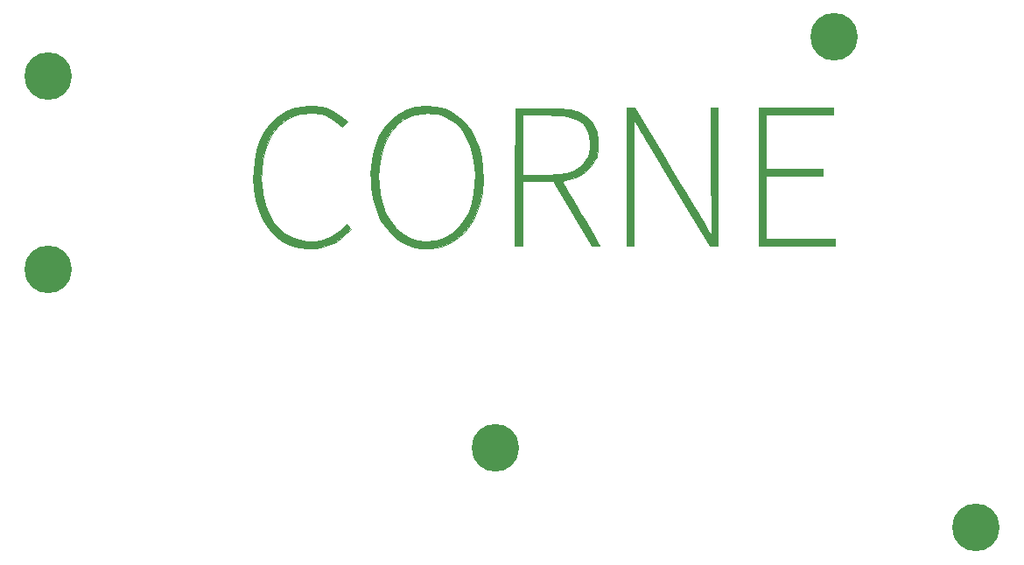
<source format=gbr>
G04 #@! TF.GenerationSoftware,KiCad,Pcbnew,5.1.5+dfsg1-2~bpo10+1*
G04 #@! TF.CreationDate,2020-09-05T17:28:52+00:00*
G04 #@! TF.ProjectId,corne-bottom-plate,636f726e-652d-4626-9f74-746f6d2d706c,2.1*
G04 #@! TF.SameCoordinates,Original*
G04 #@! TF.FileFunction,Soldermask,Top*
G04 #@! TF.FilePolarity,Negative*
%FSLAX46Y46*%
G04 Gerber Fmt 4.6, Leading zero omitted, Abs format (unit mm)*
G04 Created by KiCad (PCBNEW 5.1.5+dfsg1-2~bpo10+1) date 2020-09-05 17:28:52*
%MOMM*%
%LPD*%
G04 APERTURE LIST*
%ADD10C,0.010000*%
%ADD11C,4.600000*%
G04 APERTURE END LIST*
D10*
G36*
X155460000Y-90518667D02*
G01*
X148940666Y-90518667D01*
X148940666Y-95768000D01*
X154454221Y-95768000D01*
X154427944Y-96085500D01*
X154401666Y-96403000D01*
X151671166Y-96425340D01*
X148940666Y-96447679D01*
X148940666Y-102541334D01*
X155629333Y-102541334D01*
X155629333Y-103218667D01*
X148263333Y-103218667D01*
X148263333Y-89841334D01*
X155460000Y-89841334D01*
X155460000Y-90518667D01*
G37*
X155460000Y-90518667D02*
X148940666Y-90518667D01*
X148940666Y-95768000D01*
X154454221Y-95768000D01*
X154427944Y-96085500D01*
X154401666Y-96403000D01*
X151671166Y-96425340D01*
X148940666Y-96447679D01*
X148940666Y-102541334D01*
X155629333Y-102541334D01*
X155629333Y-103218667D01*
X148263333Y-103218667D01*
X148263333Y-89841334D01*
X155460000Y-89841334D01*
X155460000Y-90518667D01*
G36*
X139105908Y-94603834D02*
G01*
X139628514Y-95469039D01*
X140146651Y-96328156D01*
X140650052Y-97164076D01*
X141128449Y-97959695D01*
X141571575Y-98697905D01*
X141969163Y-99361600D01*
X142310944Y-99933674D01*
X142586652Y-100397021D01*
X142786019Y-100734533D01*
X142802901Y-100763334D01*
X143057891Y-101198312D01*
X143281911Y-101579531D01*
X143461586Y-101884303D01*
X143583538Y-102089942D01*
X143634390Y-102173760D01*
X143634960Y-102174498D01*
X143636897Y-102094393D01*
X143638057Y-101858190D01*
X143638466Y-101479123D01*
X143638149Y-100970425D01*
X143637134Y-100345331D01*
X143635446Y-99617073D01*
X143633112Y-98798885D01*
X143630157Y-97904002D01*
X143626607Y-96945656D01*
X143622820Y-96014998D01*
X143596641Y-89841334D01*
X144284000Y-89841334D01*
X144284000Y-103218667D01*
X143881833Y-103215026D01*
X143479666Y-103211386D01*
X140982000Y-99055977D01*
X140478434Y-98217477D01*
X139965718Y-97362423D01*
X139457017Y-96512856D01*
X138965495Y-95690815D01*
X138504317Y-94918339D01*
X138086649Y-94217469D01*
X137725656Y-93610245D01*
X137434502Y-93118705D01*
X137355487Y-92984784D01*
X137050874Y-92469163D01*
X136773115Y-92001552D01*
X136534142Y-91601836D01*
X136345888Y-91289898D01*
X136220287Y-91085622D01*
X136170154Y-91009684D01*
X136161266Y-91082272D01*
X136153475Y-91311046D01*
X136146851Y-91682858D01*
X136141462Y-92184564D01*
X136137376Y-92803017D01*
X136134662Y-93525073D01*
X136133389Y-94337586D01*
X136133624Y-95227410D01*
X136135438Y-96181399D01*
X136138477Y-97084517D01*
X136163288Y-103218667D01*
X135478666Y-103218667D01*
X135478666Y-89841334D01*
X136226935Y-89841334D01*
X139105908Y-94603834D01*
G37*
X139105908Y-94603834D02*
X139628514Y-95469039D01*
X140146651Y-96328156D01*
X140650052Y-97164076D01*
X141128449Y-97959695D01*
X141571575Y-98697905D01*
X141969163Y-99361600D01*
X142310944Y-99933674D01*
X142586652Y-100397021D01*
X142786019Y-100734533D01*
X142802901Y-100763334D01*
X143057891Y-101198312D01*
X143281911Y-101579531D01*
X143461586Y-101884303D01*
X143583538Y-102089942D01*
X143634390Y-102173760D01*
X143634960Y-102174498D01*
X143636897Y-102094393D01*
X143638057Y-101858190D01*
X143638466Y-101479123D01*
X143638149Y-100970425D01*
X143637134Y-100345331D01*
X143635446Y-99617073D01*
X143633112Y-98798885D01*
X143630157Y-97904002D01*
X143626607Y-96945656D01*
X143622820Y-96014998D01*
X143596641Y-89841334D01*
X144284000Y-89841334D01*
X144284000Y-103218667D01*
X143881833Y-103215026D01*
X143479666Y-103211386D01*
X140982000Y-99055977D01*
X140478434Y-98217477D01*
X139965718Y-97362423D01*
X139457017Y-96512856D01*
X138965495Y-95690815D01*
X138504317Y-94918339D01*
X138086649Y-94217469D01*
X137725656Y-93610245D01*
X137434502Y-93118705D01*
X137355487Y-92984784D01*
X137050874Y-92469163D01*
X136773115Y-92001552D01*
X136534142Y-91601836D01*
X136345888Y-91289898D01*
X136220287Y-91085622D01*
X136170154Y-91009684D01*
X136161266Y-91082272D01*
X136153475Y-91311046D01*
X136146851Y-91682858D01*
X136141462Y-92184564D01*
X136137376Y-92803017D01*
X136134662Y-93525073D01*
X136133389Y-94337586D01*
X136133624Y-95227410D01*
X136135438Y-96181399D01*
X136138477Y-97084517D01*
X136163288Y-103218667D01*
X135478666Y-103218667D01*
X135478666Y-89841334D01*
X136226935Y-89841334D01*
X139105908Y-94603834D01*
G36*
X127139000Y-89888403D02*
G01*
X127952122Y-89892352D01*
X128619157Y-89902916D01*
X129163317Y-89923343D01*
X129607813Y-89956880D01*
X129975859Y-90006777D01*
X130290665Y-90076280D01*
X130575445Y-90168637D01*
X130853411Y-90287098D01*
X131147774Y-90434909D01*
X131184815Y-90454514D01*
X131690631Y-90789012D01*
X132086320Y-91209539D01*
X132407924Y-91754848D01*
X132422105Y-91784803D01*
X132515751Y-91999107D01*
X132578462Y-92196274D01*
X132616331Y-92418586D01*
X132635454Y-92708320D01*
X132641923Y-93107755D01*
X132642333Y-93312667D01*
X132639410Y-93767826D01*
X132626463Y-94096280D01*
X132597228Y-94340617D01*
X132545440Y-94543422D01*
X132464834Y-94747284D01*
X132415421Y-94855130D01*
X132030350Y-95482592D01*
X131518655Y-96010849D01*
X130900616Y-96424916D01*
X130196512Y-96709805D01*
X129773905Y-96807039D01*
X129465799Y-96868586D01*
X129300002Y-96927837D01*
X129250041Y-96996135D01*
X129256615Y-97028669D01*
X129309142Y-97126486D01*
X129439096Y-97353610D01*
X129637052Y-97693985D01*
X129893587Y-98131557D01*
X130199276Y-98650268D01*
X130544694Y-99234063D01*
X130920416Y-99866887D01*
X131079256Y-100133802D01*
X131462406Y-100778458D01*
X131817148Y-101377699D01*
X132134381Y-101915976D01*
X132405005Y-102377738D01*
X132619920Y-102747435D01*
X132770026Y-103009518D01*
X132846224Y-103148438D01*
X132854000Y-103166391D01*
X132778046Y-103196389D01*
X132584825Y-103213996D01*
X132451833Y-103216104D01*
X132049666Y-103213540D01*
X130187000Y-100086000D01*
X128324333Y-96958460D01*
X125403333Y-96953334D01*
X125403333Y-103218667D01*
X124640307Y-103218667D01*
X124661987Y-96551167D01*
X124681601Y-90518667D01*
X125403333Y-90518667D01*
X125403333Y-96383916D01*
X127287166Y-96337440D01*
X128049155Y-96313677D01*
X128657493Y-96283241D01*
X129127775Y-96244949D01*
X129475596Y-96197615D01*
X129659255Y-96157188D01*
X130357220Y-95909274D01*
X130915788Y-95581064D01*
X131350492Y-95160605D01*
X131676862Y-94635946D01*
X131699737Y-94586968D01*
X131819428Y-94192685D01*
X131882381Y-93698274D01*
X131888939Y-93163027D01*
X131839443Y-92646239D01*
X131734236Y-92207203D01*
X131685293Y-92085000D01*
X131467450Y-91687882D01*
X131202599Y-91359479D01*
X130874850Y-91094273D01*
X130468311Y-90886746D01*
X129967090Y-90731380D01*
X129355295Y-90622660D01*
X128617035Y-90555066D01*
X127736418Y-90523081D01*
X127173885Y-90518667D01*
X125403333Y-90518667D01*
X124681601Y-90518667D01*
X124683666Y-89883667D01*
X127139000Y-89888403D01*
G37*
X127139000Y-89888403D02*
X127952122Y-89892352D01*
X128619157Y-89902916D01*
X129163317Y-89923343D01*
X129607813Y-89956880D01*
X129975859Y-90006777D01*
X130290665Y-90076280D01*
X130575445Y-90168637D01*
X130853411Y-90287098D01*
X131147774Y-90434909D01*
X131184815Y-90454514D01*
X131690631Y-90789012D01*
X132086320Y-91209539D01*
X132407924Y-91754848D01*
X132422105Y-91784803D01*
X132515751Y-91999107D01*
X132578462Y-92196274D01*
X132616331Y-92418586D01*
X132635454Y-92708320D01*
X132641923Y-93107755D01*
X132642333Y-93312667D01*
X132639410Y-93767826D01*
X132626463Y-94096280D01*
X132597228Y-94340617D01*
X132545440Y-94543422D01*
X132464834Y-94747284D01*
X132415421Y-94855130D01*
X132030350Y-95482592D01*
X131518655Y-96010849D01*
X130900616Y-96424916D01*
X130196512Y-96709805D01*
X129773905Y-96807039D01*
X129465799Y-96868586D01*
X129300002Y-96927837D01*
X129250041Y-96996135D01*
X129256615Y-97028669D01*
X129309142Y-97126486D01*
X129439096Y-97353610D01*
X129637052Y-97693985D01*
X129893587Y-98131557D01*
X130199276Y-98650268D01*
X130544694Y-99234063D01*
X130920416Y-99866887D01*
X131079256Y-100133802D01*
X131462406Y-100778458D01*
X131817148Y-101377699D01*
X132134381Y-101915976D01*
X132405005Y-102377738D01*
X132619920Y-102747435D01*
X132770026Y-103009518D01*
X132846224Y-103148438D01*
X132854000Y-103166391D01*
X132778046Y-103196389D01*
X132584825Y-103213996D01*
X132451833Y-103216104D01*
X132049666Y-103213540D01*
X130187000Y-100086000D01*
X128324333Y-96958460D01*
X125403333Y-96953334D01*
X125403333Y-103218667D01*
X124640307Y-103218667D01*
X124661987Y-96551167D01*
X124681601Y-90518667D01*
X125403333Y-90518667D01*
X125403333Y-96383916D01*
X127287166Y-96337440D01*
X128049155Y-96313677D01*
X128657493Y-96283241D01*
X129127775Y-96244949D01*
X129475596Y-96197615D01*
X129659255Y-96157188D01*
X130357220Y-95909274D01*
X130915788Y-95581064D01*
X131350492Y-95160605D01*
X131676862Y-94635946D01*
X131699737Y-94586968D01*
X131819428Y-94192685D01*
X131882381Y-93698274D01*
X131888939Y-93163027D01*
X131839443Y-92646239D01*
X131734236Y-92207203D01*
X131685293Y-92085000D01*
X131467450Y-91687882D01*
X131202599Y-91359479D01*
X130874850Y-91094273D01*
X130468311Y-90886746D01*
X129967090Y-90731380D01*
X129355295Y-90622660D01*
X128617035Y-90555066D01*
X127736418Y-90523081D01*
X127173885Y-90518667D01*
X125403333Y-90518667D01*
X124681601Y-90518667D01*
X124683666Y-89883667D01*
X127139000Y-89888403D01*
G36*
X117022482Y-89711405D02*
G01*
X117817548Y-89903871D01*
X118543516Y-90236307D01*
X119226366Y-90719502D01*
X119647606Y-91107668D01*
X120265717Y-91840024D01*
X120761316Y-92676227D01*
X121136848Y-93622122D01*
X121394755Y-94683554D01*
X121513603Y-95571131D01*
X121556395Y-96819380D01*
X121451803Y-98027345D01*
X121202810Y-99177104D01*
X120812399Y-100250731D01*
X120691892Y-100507494D01*
X120291618Y-101185068D01*
X119791490Y-101817014D01*
X119225538Y-102367731D01*
X118627794Y-102801617D01*
X118357954Y-102949046D01*
X117508672Y-103270555D01*
X116611656Y-103436354D01*
X115692205Y-103443507D01*
X114989333Y-103340028D01*
X114311212Y-103141287D01*
X113700642Y-102843738D01*
X113117225Y-102424151D01*
X112656330Y-101998527D01*
X112226163Y-101535006D01*
X111897824Y-101101424D01*
X111628007Y-100640480D01*
X111623716Y-100632156D01*
X111213494Y-99668928D01*
X110917198Y-98611708D01*
X110741225Y-97497317D01*
X110703670Y-96632049D01*
X111448111Y-96632049D01*
X111465667Y-97054061D01*
X111588170Y-98162136D01*
X111808588Y-99142472D01*
X112132229Y-100009097D01*
X112564399Y-100776039D01*
X113110406Y-101457324D01*
X113145822Y-101494656D01*
X113785680Y-102049128D01*
X114491733Y-102449119D01*
X115255215Y-102691982D01*
X116067359Y-102775073D01*
X116919399Y-102695746D01*
X117044176Y-102670935D01*
X117802288Y-102425733D01*
X118496066Y-102030485D01*
X119116041Y-101495345D01*
X119652739Y-100830468D01*
X120096691Y-100046007D01*
X120438423Y-99152116D01*
X120489046Y-98977860D01*
X120661441Y-98173067D01*
X120765822Y-97282999D01*
X120796610Y-96379787D01*
X120752414Y-95573424D01*
X120574029Y-94455303D01*
X120293404Y-93470988D01*
X119909345Y-92618406D01*
X119420660Y-91895483D01*
X118826154Y-91300146D01*
X118124636Y-90830322D01*
X117979950Y-90755470D01*
X117657563Y-90599813D01*
X117405458Y-90496519D01*
X117170006Y-90433040D01*
X116897578Y-90396829D01*
X116534545Y-90375339D01*
X116318728Y-90366806D01*
X115611556Y-90373220D01*
X115011853Y-90458231D01*
X114471593Y-90633393D01*
X113942748Y-90910259D01*
X113869836Y-90955914D01*
X113251238Y-91447466D01*
X112712042Y-92074571D01*
X112259135Y-92819763D01*
X111899401Y-93665574D01*
X111639729Y-94594537D01*
X111487003Y-95589184D01*
X111448111Y-96632049D01*
X110703670Y-96632049D01*
X110691974Y-96362573D01*
X110739582Y-95543794D01*
X110906648Y-94427516D01*
X111166519Y-93442225D01*
X111525636Y-92573255D01*
X111990435Y-91805943D01*
X112567357Y-91125622D01*
X112761927Y-90937530D01*
X113470086Y-90384531D01*
X114234368Y-89988203D01*
X115065109Y-89744592D01*
X115972642Y-89649744D01*
X116132333Y-89648122D01*
X117022482Y-89711405D01*
G37*
X117022482Y-89711405D02*
X117817548Y-89903871D01*
X118543516Y-90236307D01*
X119226366Y-90719502D01*
X119647606Y-91107668D01*
X120265717Y-91840024D01*
X120761316Y-92676227D01*
X121136848Y-93622122D01*
X121394755Y-94683554D01*
X121513603Y-95571131D01*
X121556395Y-96819380D01*
X121451803Y-98027345D01*
X121202810Y-99177104D01*
X120812399Y-100250731D01*
X120691892Y-100507494D01*
X120291618Y-101185068D01*
X119791490Y-101817014D01*
X119225538Y-102367731D01*
X118627794Y-102801617D01*
X118357954Y-102949046D01*
X117508672Y-103270555D01*
X116611656Y-103436354D01*
X115692205Y-103443507D01*
X114989333Y-103340028D01*
X114311212Y-103141287D01*
X113700642Y-102843738D01*
X113117225Y-102424151D01*
X112656330Y-101998527D01*
X112226163Y-101535006D01*
X111897824Y-101101424D01*
X111628007Y-100640480D01*
X111623716Y-100632156D01*
X111213494Y-99668928D01*
X110917198Y-98611708D01*
X110741225Y-97497317D01*
X110703670Y-96632049D01*
X111448111Y-96632049D01*
X111465667Y-97054061D01*
X111588170Y-98162136D01*
X111808588Y-99142472D01*
X112132229Y-100009097D01*
X112564399Y-100776039D01*
X113110406Y-101457324D01*
X113145822Y-101494656D01*
X113785680Y-102049128D01*
X114491733Y-102449119D01*
X115255215Y-102691982D01*
X116067359Y-102775073D01*
X116919399Y-102695746D01*
X117044176Y-102670935D01*
X117802288Y-102425733D01*
X118496066Y-102030485D01*
X119116041Y-101495345D01*
X119652739Y-100830468D01*
X120096691Y-100046007D01*
X120438423Y-99152116D01*
X120489046Y-98977860D01*
X120661441Y-98173067D01*
X120765822Y-97282999D01*
X120796610Y-96379787D01*
X120752414Y-95573424D01*
X120574029Y-94455303D01*
X120293404Y-93470988D01*
X119909345Y-92618406D01*
X119420660Y-91895483D01*
X118826154Y-91300146D01*
X118124636Y-90830322D01*
X117979950Y-90755470D01*
X117657563Y-90599813D01*
X117405458Y-90496519D01*
X117170006Y-90433040D01*
X116897578Y-90396829D01*
X116534545Y-90375339D01*
X116318728Y-90366806D01*
X115611556Y-90373220D01*
X115011853Y-90458231D01*
X114471593Y-90633393D01*
X113942748Y-90910259D01*
X113869836Y-90955914D01*
X113251238Y-91447466D01*
X112712042Y-92074571D01*
X112259135Y-92819763D01*
X111899401Y-93665574D01*
X111639729Y-94594537D01*
X111487003Y-95589184D01*
X111448111Y-96632049D01*
X110703670Y-96632049D01*
X110691974Y-96362573D01*
X110739582Y-95543794D01*
X110906648Y-94427516D01*
X111166519Y-93442225D01*
X111525636Y-92573255D01*
X111990435Y-91805943D01*
X112567357Y-91125622D01*
X112761927Y-90937530D01*
X113470086Y-90384531D01*
X114234368Y-89988203D01*
X115065109Y-89744592D01*
X115972642Y-89649744D01*
X116132333Y-89648122D01*
X117022482Y-89711405D01*
G36*
X105753251Y-89703829D02*
G01*
X106014666Y-89751679D01*
X106577373Y-89939289D01*
X107166463Y-90227586D01*
X107711106Y-90578604D01*
X108001154Y-90816356D01*
X108415915Y-91197147D01*
X108174749Y-91448870D01*
X107933584Y-91700592D01*
X107522200Y-91315791D01*
X107220034Y-91073128D01*
X106848079Y-90829169D01*
X106541575Y-90663985D01*
X106229887Y-90529287D01*
X105952096Y-90444260D01*
X105643975Y-90394930D01*
X105241300Y-90367326D01*
X105162350Y-90363932D01*
X104739432Y-90359951D01*
X104315919Y-90378044D01*
X103963814Y-90414474D01*
X103870119Y-90431000D01*
X103095854Y-90674599D01*
X102397416Y-91062263D01*
X101780491Y-91583930D01*
X101250769Y-92229538D01*
X100813938Y-92989028D01*
X100475686Y-93852337D01*
X100241703Y-94809405D01*
X100117676Y-95850171D01*
X100109295Y-96964574D01*
X100114675Y-97073084D01*
X100236301Y-98177329D01*
X100473504Y-99186586D01*
X100822249Y-100089972D01*
X101278502Y-100876606D01*
X101727831Y-101424608D01*
X102354124Y-101982618D01*
X103021832Y-102384445D01*
X103757011Y-102642541D01*
X104533000Y-102765235D01*
X105355991Y-102749865D01*
X106160357Y-102570939D01*
X106930051Y-102234214D01*
X107649024Y-101745448D01*
X107844674Y-101577061D01*
X108361073Y-101109746D01*
X108817405Y-101586054D01*
X108227840Y-102131901D01*
X107891871Y-102416941D01*
X107521129Y-102691069D01*
X107182446Y-102905788D01*
X107101637Y-102949076D01*
X106353697Y-103241543D01*
X105528100Y-103414114D01*
X104672049Y-103461277D01*
X103832747Y-103377519D01*
X103686333Y-103347946D01*
X102831849Y-103077985D01*
X102057587Y-102665328D01*
X101369051Y-102119237D01*
X100771743Y-101448972D01*
X100271169Y-100663796D01*
X99872831Y-99772970D01*
X99582233Y-98785756D01*
X99404880Y-97711414D01*
X99346274Y-96559206D01*
X99357942Y-96064334D01*
X99454770Y-94961805D01*
X99645031Y-93981787D01*
X99935166Y-93101513D01*
X100331615Y-92298213D01*
X100500554Y-92025090D01*
X101082153Y-91279058D01*
X101765375Y-90659541D01*
X102535994Y-90176940D01*
X103379786Y-89841654D01*
X103551666Y-89794317D01*
X104046447Y-89705327D01*
X104623915Y-89659793D01*
X105215656Y-89658899D01*
X105753251Y-89703829D01*
G37*
X105753251Y-89703829D02*
X106014666Y-89751679D01*
X106577373Y-89939289D01*
X107166463Y-90227586D01*
X107711106Y-90578604D01*
X108001154Y-90816356D01*
X108415915Y-91197147D01*
X108174749Y-91448870D01*
X107933584Y-91700592D01*
X107522200Y-91315791D01*
X107220034Y-91073128D01*
X106848079Y-90829169D01*
X106541575Y-90663985D01*
X106229887Y-90529287D01*
X105952096Y-90444260D01*
X105643975Y-90394930D01*
X105241300Y-90367326D01*
X105162350Y-90363932D01*
X104739432Y-90359951D01*
X104315919Y-90378044D01*
X103963814Y-90414474D01*
X103870119Y-90431000D01*
X103095854Y-90674599D01*
X102397416Y-91062263D01*
X101780491Y-91583930D01*
X101250769Y-92229538D01*
X100813938Y-92989028D01*
X100475686Y-93852337D01*
X100241703Y-94809405D01*
X100117676Y-95850171D01*
X100109295Y-96964574D01*
X100114675Y-97073084D01*
X100236301Y-98177329D01*
X100473504Y-99186586D01*
X100822249Y-100089972D01*
X101278502Y-100876606D01*
X101727831Y-101424608D01*
X102354124Y-101982618D01*
X103021832Y-102384445D01*
X103757011Y-102642541D01*
X104533000Y-102765235D01*
X105355991Y-102749865D01*
X106160357Y-102570939D01*
X106930051Y-102234214D01*
X107649024Y-101745448D01*
X107844674Y-101577061D01*
X108361073Y-101109746D01*
X108817405Y-101586054D01*
X108227840Y-102131901D01*
X107891871Y-102416941D01*
X107521129Y-102691069D01*
X107182446Y-102905788D01*
X107101637Y-102949076D01*
X106353697Y-103241543D01*
X105528100Y-103414114D01*
X104672049Y-103461277D01*
X103832747Y-103377519D01*
X103686333Y-103347946D01*
X102831849Y-103077985D01*
X102057587Y-102665328D01*
X101369051Y-102119237D01*
X100771743Y-101448972D01*
X100271169Y-100663796D01*
X99872831Y-99772970D01*
X99582233Y-98785756D01*
X99404880Y-97711414D01*
X99346274Y-96559206D01*
X99357942Y-96064334D01*
X99454770Y-94961805D01*
X99645031Y-93981787D01*
X99935166Y-93101513D01*
X100331615Y-92298213D01*
X100500554Y-92025090D01*
X101082153Y-91279058D01*
X101765375Y-90659541D01*
X102535994Y-90176940D01*
X103379786Y-89841654D01*
X103551666Y-89794317D01*
X104046447Y-89705327D01*
X104623915Y-89659793D01*
X105215656Y-89658899D01*
X105753251Y-89703829D01*
D11*
X79500000Y-105500000D03*
X79500000Y-86750000D03*
X155500000Y-83000000D03*
X122750000Y-122750000D03*
X169250000Y-130500000D03*
M02*

</source>
